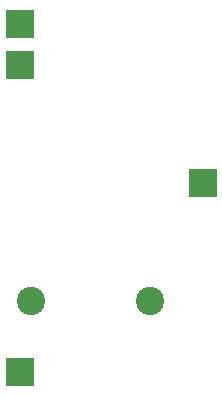
<source format=gbr>
G04 #@! TF.FileFunction,Soldermask,Bot*
%FSLAX46Y46*%
G04 Gerber Fmt 4.6, Leading zero omitted, Abs format (unit mm)*
G04 Created by KiCad (PCBNEW 4.0.2-4+6225~38~ubuntu14.04.1-stable) date Tue 26 Apr 2016 03:10:42 PM PDT*
%MOMM*%
G01*
G04 APERTURE LIST*
%ADD10C,0.100000*%
%ADD11C,2.400000*%
%ADD12R,2.432000X2.432000*%
G04 APERTURE END LIST*
D10*
D11*
X142000000Y-121500000D03*
X132000000Y-121500000D03*
D12*
X131000000Y-101500000D03*
X146500000Y-111500000D03*
X131000000Y-98000000D03*
X131000000Y-127500000D03*
M02*

</source>
